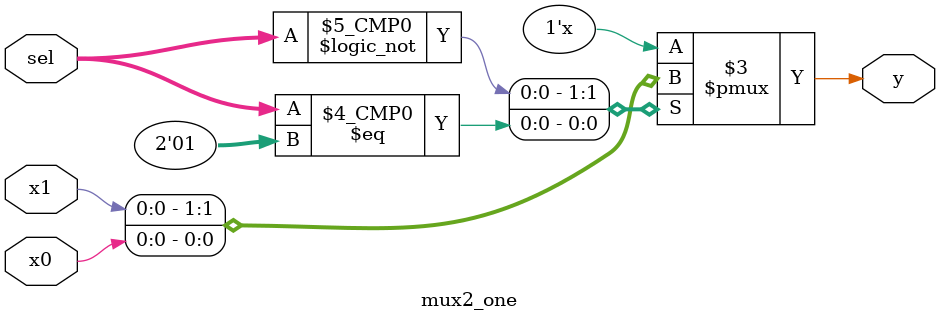
<source format=v>

module mux2_one(
    input [1:0] sel,
    output reg y,
    input x0,
    input x1
);

always @(*)
begin
    case (sel)
        1'b0: y = x1;
        1'b1: y = x0;
    endcase
end

endmodule

</source>
